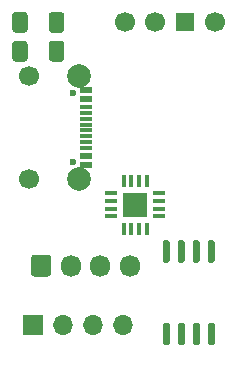
<source format=gbr>
%TF.GenerationSoftware,KiCad,Pcbnew,(5.1.9-0-10_14)*%
%TF.CreationDate,2021-04-09T16:47:02+01:00*%
%TF.ProjectId,Keypad,4b657970-6164-42e6-9b69-6361645f7063,2*%
%TF.SameCoordinates,Original*%
%TF.FileFunction,Soldermask,Bot*%
%TF.FilePolarity,Negative*%
%FSLAX46Y46*%
G04 Gerber Fmt 4.6, Leading zero omitted, Abs format (unit mm)*
G04 Created by KiCad (PCBNEW (5.1.9-0-10_14)) date 2021-04-09 16:47:02*
%MOMM*%
%LPD*%
G01*
G04 APERTURE LIST*
%ADD10O,1.700000X1.700000*%
%ADD11R,1.700000X1.700000*%
%ADD12O,1.700000X1.850000*%
%ADD13C,1.700000*%
%ADD14R,1.524000X1.524000*%
%ADD15C,1.524000*%
%ADD16R,2.100000X2.100000*%
%ADD17R,1.000000X0.300000*%
%ADD18R,0.300000X1.000000*%
%ADD19R,1.140000X0.600000*%
%ADD20C,2.000000*%
%ADD21R,1.140000X0.300000*%
%ADD22C,0.600000*%
G04 APERTURE END LIST*
D10*
%TO.C,J3*%
X122320000Y-125400000D03*
X119780000Y-125400000D03*
X117240000Y-125400000D03*
D11*
X114700000Y-125400000D03*
%TD*%
D12*
%TO.C,J1*%
X122900000Y-120400000D03*
X120400000Y-120400000D03*
X117900000Y-120400000D03*
G36*
G01*
X114550000Y-121075000D02*
X114550000Y-119725000D01*
G75*
G02*
X114800000Y-119475000I250000J0D01*
G01*
X116000000Y-119475000D01*
G75*
G02*
X116250000Y-119725000I0J-250000D01*
G01*
X116250000Y-121075000D01*
G75*
G02*
X116000000Y-121325000I-250000J0D01*
G01*
X114800000Y-121325000D01*
G75*
G02*
X114550000Y-121075000I0J250000D01*
G01*
G37*
%TD*%
%TO.C,U3*%
G36*
G01*
X125845000Y-125250000D02*
X126145000Y-125250000D01*
G75*
G02*
X126295000Y-125400000I0J-150000D01*
G01*
X126295000Y-127000000D01*
G75*
G02*
X126145000Y-127150000I-150000J0D01*
G01*
X125845000Y-127150000D01*
G75*
G02*
X125695000Y-127000000I0J150000D01*
G01*
X125695000Y-125400000D01*
G75*
G02*
X125845000Y-125250000I150000J0D01*
G01*
G37*
G36*
G01*
X127115000Y-125250000D02*
X127415000Y-125250000D01*
G75*
G02*
X127565000Y-125400000I0J-150000D01*
G01*
X127565000Y-127000000D01*
G75*
G02*
X127415000Y-127150000I-150000J0D01*
G01*
X127115000Y-127150000D01*
G75*
G02*
X126965000Y-127000000I0J150000D01*
G01*
X126965000Y-125400000D01*
G75*
G02*
X127115000Y-125250000I150000J0D01*
G01*
G37*
G36*
G01*
X128385000Y-125250000D02*
X128685000Y-125250000D01*
G75*
G02*
X128835000Y-125400000I0J-150000D01*
G01*
X128835000Y-127000000D01*
G75*
G02*
X128685000Y-127150000I-150000J0D01*
G01*
X128385000Y-127150000D01*
G75*
G02*
X128235000Y-127000000I0J150000D01*
G01*
X128235000Y-125400000D01*
G75*
G02*
X128385000Y-125250000I150000J0D01*
G01*
G37*
G36*
G01*
X129655000Y-125250000D02*
X129955000Y-125250000D01*
G75*
G02*
X130105000Y-125400000I0J-150000D01*
G01*
X130105000Y-127000000D01*
G75*
G02*
X129955000Y-127150000I-150000J0D01*
G01*
X129655000Y-127150000D01*
G75*
G02*
X129505000Y-127000000I0J150000D01*
G01*
X129505000Y-125400000D01*
G75*
G02*
X129655000Y-125250000I150000J0D01*
G01*
G37*
G36*
G01*
X129655000Y-118250000D02*
X129955000Y-118250000D01*
G75*
G02*
X130105000Y-118400000I0J-150000D01*
G01*
X130105000Y-120000000D01*
G75*
G02*
X129955000Y-120150000I-150000J0D01*
G01*
X129655000Y-120150000D01*
G75*
G02*
X129505000Y-120000000I0J150000D01*
G01*
X129505000Y-118400000D01*
G75*
G02*
X129655000Y-118250000I150000J0D01*
G01*
G37*
G36*
G01*
X128385000Y-118250000D02*
X128685000Y-118250000D01*
G75*
G02*
X128835000Y-118400000I0J-150000D01*
G01*
X128835000Y-120000000D01*
G75*
G02*
X128685000Y-120150000I-150000J0D01*
G01*
X128385000Y-120150000D01*
G75*
G02*
X128235000Y-120000000I0J150000D01*
G01*
X128235000Y-118400000D01*
G75*
G02*
X128385000Y-118250000I150000J0D01*
G01*
G37*
G36*
G01*
X127115000Y-118250000D02*
X127415000Y-118250000D01*
G75*
G02*
X127565000Y-118400000I0J-150000D01*
G01*
X127565000Y-120000000D01*
G75*
G02*
X127415000Y-120150000I-150000J0D01*
G01*
X127115000Y-120150000D01*
G75*
G02*
X126965000Y-120000000I0J150000D01*
G01*
X126965000Y-118400000D01*
G75*
G02*
X127115000Y-118250000I150000J0D01*
G01*
G37*
G36*
G01*
X125845000Y-118250000D02*
X126145000Y-118250000D01*
G75*
G02*
X126295000Y-118400000I0J-150000D01*
G01*
X126295000Y-120000000D01*
G75*
G02*
X126145000Y-120150000I-150000J0D01*
G01*
X125845000Y-120150000D01*
G75*
G02*
X125695000Y-120000000I0J150000D01*
G01*
X125695000Y-118400000D01*
G75*
G02*
X125845000Y-118250000I150000J0D01*
G01*
G37*
%TD*%
D13*
%TO.C,M1*%
X122490000Y-99770000D03*
X130110000Y-99770000D03*
D14*
X127570000Y-99770000D03*
D13*
X125030000Y-99770000D03*
%TD*%
D15*
%TO.C,U2*%
X123350000Y-115250000D03*
D16*
X123350000Y-115250000D03*
D17*
X125400000Y-116225000D03*
X125400000Y-115575000D03*
X125400000Y-114925000D03*
X125400000Y-114275000D03*
D18*
X124325000Y-113200000D03*
X123675000Y-113200000D03*
X123025000Y-113200000D03*
X122375000Y-113200000D03*
D17*
X121300000Y-114275000D03*
X121300000Y-114925000D03*
X121300000Y-115575000D03*
X121300000Y-116225000D03*
D18*
X122375000Y-117300000D03*
X123025000Y-117300000D03*
X123675000Y-117300000D03*
X124325000Y-117300000D03*
%TD*%
D19*
%TO.C,J2*%
X119160000Y-105500000D03*
X119160000Y-111100000D03*
X119160000Y-111900000D03*
X119160000Y-106300000D03*
D13*
X114390000Y-104375000D03*
X114390000Y-113025000D03*
D20*
X118570000Y-104375000D03*
X118570000Y-113025000D03*
D21*
X119160000Y-108450000D03*
X119160000Y-108950000D03*
X119160000Y-107950000D03*
X119160000Y-109450000D03*
X119160000Y-107450000D03*
X119160000Y-109950000D03*
X119160000Y-106950000D03*
X119160000Y-110450000D03*
D19*
X119160000Y-106300000D03*
X119160000Y-111100000D03*
X119160000Y-105500000D03*
D22*
X118090000Y-105810000D03*
X118090000Y-111590000D03*
D19*
X119160000Y-111900000D03*
%TD*%
%TO.C,R7*%
G36*
G01*
X116050000Y-102875000D02*
X116050000Y-101625000D01*
G75*
G02*
X116300000Y-101375000I250000J0D01*
G01*
X117100000Y-101375000D01*
G75*
G02*
X117350000Y-101625000I0J-250000D01*
G01*
X117350000Y-102875000D01*
G75*
G02*
X117100000Y-103125000I-250000J0D01*
G01*
X116300000Y-103125000D01*
G75*
G02*
X116050000Y-102875000I0J250000D01*
G01*
G37*
G36*
G01*
X112950000Y-102875000D02*
X112950000Y-101625000D01*
G75*
G02*
X113200000Y-101375000I250000J0D01*
G01*
X114000000Y-101375000D01*
G75*
G02*
X114250000Y-101625000I0J-250000D01*
G01*
X114250000Y-102875000D01*
G75*
G02*
X114000000Y-103125000I-250000J0D01*
G01*
X113200000Y-103125000D01*
G75*
G02*
X112950000Y-102875000I0J250000D01*
G01*
G37*
%TD*%
%TO.C,R6*%
G36*
G01*
X114250000Y-99175000D02*
X114250000Y-100425000D01*
G75*
G02*
X114000000Y-100675000I-250000J0D01*
G01*
X113200000Y-100675000D01*
G75*
G02*
X112950000Y-100425000I0J250000D01*
G01*
X112950000Y-99175000D01*
G75*
G02*
X113200000Y-98925000I250000J0D01*
G01*
X114000000Y-98925000D01*
G75*
G02*
X114250000Y-99175000I0J-250000D01*
G01*
G37*
G36*
G01*
X117350000Y-99175000D02*
X117350000Y-100425000D01*
G75*
G02*
X117100000Y-100675000I-250000J0D01*
G01*
X116300000Y-100675000D01*
G75*
G02*
X116050000Y-100425000I0J250000D01*
G01*
X116050000Y-99175000D01*
G75*
G02*
X116300000Y-98925000I250000J0D01*
G01*
X117100000Y-98925000D01*
G75*
G02*
X117350000Y-99175000I0J-250000D01*
G01*
G37*
%TD*%
M02*

</source>
